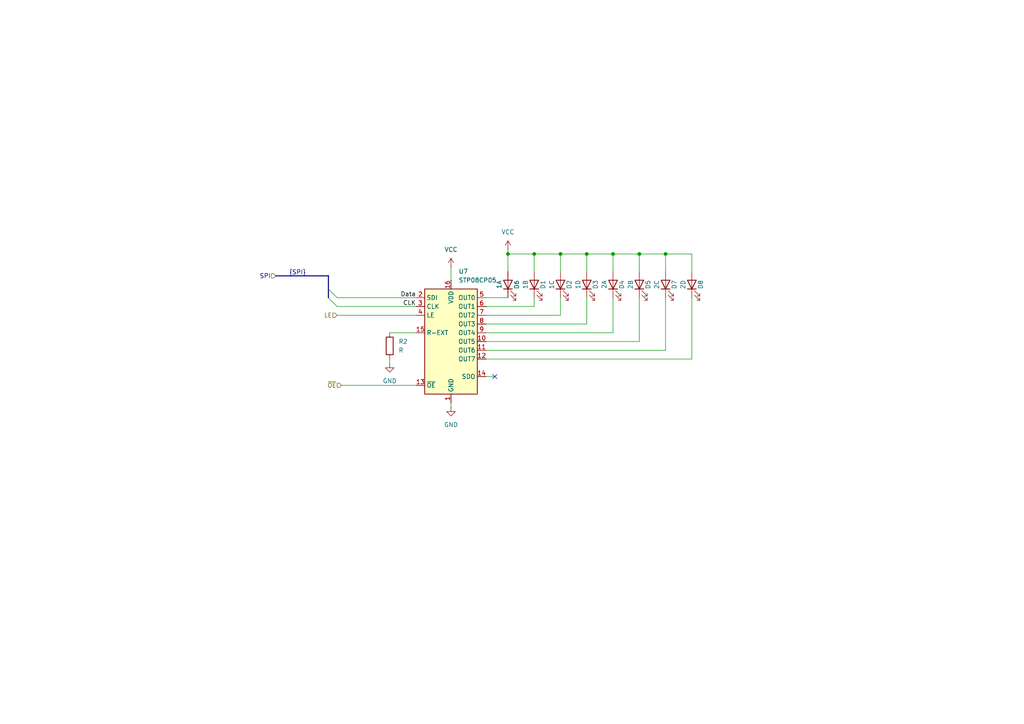
<source format=kicad_sch>
(kicad_sch (version 20231120) (generator "eeschema") (generator_version "8.0")
  (paper "A4")
  (lib_symbols
    (symbol "Device:LED" (pin_numbers hide) (pin_names (offset 1.016) hide)
      (property "Reference" "D" (at 0 2.54 0))
      (property "Value" "LED" (at 0 -2.54 0))
      (symbol "LED_0_1"
        (polyline (pts (xy -1.27 -1.27) (xy -1.27 1.27)) (stroke (width 0.254)))
        (polyline (pts (xy -1.27 0) (xy 1.27 0)))
        (polyline (pts (xy 1.27 -1.27) (xy 1.27 1.27) (xy -1.27 0) (xy 1.27 -1.27)) (stroke (width 0.254)))
        (polyline (pts (xy -3.048 -0.762) (xy -4.572 -2.286) (xy -3.81 -2.286) (xy -4.572 -2.286) (xy -4.572 -1.524)))
        (polyline (pts (xy -1.778 -0.762) (xy -3.302 -2.286) (xy -2.54 -2.286) (xy -3.302 -2.286) (xy -3.302 -1.524)))
      )
      (symbol "LED_1_1"
        (pin passive line (at -3.81 0 0) (length 2.54) (name "K") (number "1"))
        (pin passive line (at 3.81 0 180) (length 2.54) (name "A") (number "2"))
      )
    )
    (symbol "Device:R" (pin_numbers hide) (pin_names (offset 0))
      (property "Reference" "R" (at 2.032 0 90))
      (property "Value" "R" (at 0 0 90))
      (symbol "R_0_1"
        (rectangle (start -1.016 -2.54) (end 1.016 2.54) (stroke (width 0.254)))
      )
      (symbol "R_1_1"
        (pin passive line (at 0 3.81 270) (length 1.27) (name "~") (number "1"))
        (pin passive line (at 0 -3.81 90) (length 1.27) (name "~") (number "2"))
      )
    )
    (symbol "Driver_LED:STP08CP05"
      (property "Reference" "U" (at -7.62 16.51 0))
      (property "Value" "STP08CP05" (at 1.27 16.51 0))
      (symbol "STP08CP05_0_1"
        (rectangle (start -7.62 15.24) (end 7.62 -15.24) (stroke (width 0.254)) (fill (type background)))
      )
      (symbol "STP08CP05_1_1"
        (pin power_in line (at 0 -17.78 90) (length 2.54) (name "GND") (number "1"))
        (pin output line (at 10.16 0 180) (length 2.54) (name "OUT5") (number "10"))
        (pin output line (at 10.16 -2.54 180) (length 2.54) (name "OUT6") (number "11"))
        (pin output line (at 10.16 -5.08 180) (length 2.54) (name "OUT7") (number "12"))
        (pin input line (at -10.16 -12.7 0) (length 2.54) (name "~{OE}") (number "13"))
        (pin output line (at 10.16 -10.16 180) (length 2.54) (name "SDO") (number "14"))
        (pin passive line (at -10.16 2.54 0) (length 2.54) (name "R-EXT") (number "15"))
        (pin power_in line (at 0 17.78 270) (length 2.54) (name "VDD") (number "16"))
        (pin input line (at -10.16 12.7 0) (length 2.54) (name "SDI") (number "2"))
        (pin input line (at -10.16 10.16 0) (length 2.54) (name "CLK") (number "3"))
        (pin input line (at -10.16 7.62 0) (length 2.54) (name "LE") (number "4"))
        (pin output line (at 10.16 12.7 180) (length 2.54) (name "OUT0") (number "5"))
        (pin output line (at 10.16 10.16 180) (length 2.54) (name "OUT1") (number "6"))
        (pin output line (at 10.16 7.62 180) (length 2.54) (name "OUT2") (number "7"))
        (pin output line (at 10.16 5.08 180) (length 2.54) (name "OUT3") (number "8"))
        (pin output line (at 10.16 2.54 180) (length 2.54) (name "OUT4") (number "9"))
      )
    )
    (symbol "power:GND" (power) (pin_numbers hide) (pin_names (offset 0) hide)
      (property "Value" "GND" (at 0 -3.81 0))
      (symbol "GND_0_1"
        (polyline (pts (xy 0 0) (xy 0 -1.27) (xy 1.27 -1.27) (xy 0 -2.54) (xy -1.27 -1.27) (xy 0 -1.27)))
      )
      (symbol "GND_1_1"
        (pin power_in line (at 0 0 270) (length 0) (name "~") (number "1"))
      )
    )
    (symbol "power:VCC" (power) (pin_numbers hide) (pin_names (offset 0) hide)
      (property "Value" "VCC" (at 0 3.556 0))
      (symbol "VCC_0_1"
        (polyline (pts (xy -0.762 1.27) (xy 0 2.54)))
        (polyline (pts (xy 0 0) (xy 0 2.54)))
        (polyline (pts (xy 0 2.54) (xy 0.762 1.27)))
      )
      (symbol "VCC_1_1"
        (pin power_in line (at 0 0 90) (length 0) (name "~") (number "1"))
      )
    )
  )
  (junction (at 154.94 73.66))
  (junction (at 193.04 73.66))
  (junction (at 185.42 73.66))
  (junction (at 162.56 73.66))
  (junction (at 177.8 73.66))
  (junction (at 170.18 73.66))
  (junction (at 147.32 73.66))
  (no_connect (at 143.51 109.22))
  (bus_entry (at 95.25 83.82) (size 2.54 2.54))
  (bus_entry (at 95.25 86.36) (size 2.54 2.54))
  (wire (pts (xy 140.97 99.06) (xy 185.42 99.06)))
  (wire (pts (xy 170.18 73.66) (xy 170.18 78.74)))
  (wire (pts (xy 177.8 96.52) (xy 177.8 86.36)))
  (wire (pts (xy 130.81 116.84) (xy 130.81 118.11)))
  (wire (pts (xy 147.32 73.66) (xy 154.94 73.66)))
  (wire (pts (xy 113.03 104.14) (xy 113.03 105.41)))
  (wire (pts (xy 170.18 73.66) (xy 177.8 73.66)))
  (wire (pts (xy 97.79 88.9) (xy 120.65 88.9)))
  (wire (pts (xy 143.51 109.22) (xy 140.97 109.22)))
  (bus (pts (xy 95.25 83.82) (xy 95.25 86.36)))
  (wire (pts (xy 97.79 86.36) (xy 120.65 86.36)))
  (wire (pts (xy 154.94 88.9) (xy 140.97 88.9)))
  (wire (pts (xy 154.94 73.66) (xy 154.94 78.74)))
  (wire (pts (xy 154.94 86.36) (xy 154.94 88.9)))
  (wire (pts (xy 193.04 73.66) (xy 193.04 78.74)))
  (wire (pts (xy 140.97 86.36) (xy 147.32 86.36)))
  (wire (pts (xy 200.66 86.36) (xy 200.66 104.14)))
  (wire (pts (xy 177.8 73.66) (xy 177.8 78.74)))
  (wire (pts (xy 99.06 111.76) (xy 120.65 111.76)))
  (wire (pts (xy 193.04 101.6) (xy 193.04 86.36)))
  (wire (pts (xy 147.32 78.74) (xy 147.32 73.66)))
  (wire (pts (xy 97.79 91.44) (xy 120.65 91.44)))
  (wire (pts (xy 200.66 104.14) (xy 140.97 104.14)))
  (wire (pts (xy 154.94 73.66) (xy 162.56 73.66)))
  (wire (pts (xy 185.42 73.66) (xy 185.42 78.74)))
  (bus (pts (xy 80.01 80.01) (xy 95.25 80.01)))
  (wire (pts (xy 162.56 91.44) (xy 162.56 86.36)))
  (wire (pts (xy 162.56 73.66) (xy 162.56 78.74)))
  (wire (pts (xy 113.03 96.52) (xy 120.65 96.52)))
  (wire (pts (xy 130.81 77.47) (xy 130.81 81.28)))
  (bus (pts (xy 95.25 80.01) (xy 95.25 83.82)))
  (wire (pts (xy 170.18 93.98) (xy 170.18 86.36)))
  (wire (pts (xy 140.97 101.6) (xy 193.04 101.6)))
  (wire (pts (xy 140.97 96.52) (xy 177.8 96.52)))
  (wire (pts (xy 162.56 73.66) (xy 170.18 73.66)))
  (wire (pts (xy 200.66 73.66) (xy 200.66 78.74)))
  (wire (pts (xy 193.04 73.66) (xy 200.66 73.66)))
  (wire (pts (xy 147.32 72.39) (xy 147.32 73.66)))
  (wire (pts (xy 177.8 73.66) (xy 185.42 73.66)))
  (wire (pts (xy 185.42 73.66) (xy 193.04 73.66)))
  (wire (pts (xy 140.97 93.98) (xy 170.18 93.98)))
  (wire (pts (xy 140.97 91.44) (xy 162.56 91.44)))
  (wire (pts (xy 185.42 99.06) (xy 185.42 86.36)))
  (label "{SPI}" (at 83.82 80.01 0))
  (label "CLK" (at 120.65 88.9 180))
  (label "Data" (at 120.65 86.36 180))
  (hierarchical_label "LE" (shape input) (at 97.79 91.44 180))
  (hierarchical_label "~{OE}" (shape input) (at 99.06 111.76 180))
  (hierarchical_label "SPI" (shape input) (at 80.01 80.01 180))
  (symbol (lib_id "Device:LED") (at 147.32 82.55 90) (unit 1)
    (property "Reference" "D6" (at 149.86 82.55 0))
    (property "Value" "1A" (at 144.78 82.55 0))
    (property "Footprint" "LED_SMD:LED_0805_2012Metric_Pad1.15x1.40mm_HandSolder" (effects (hide yes)))
    (property "Description" "Light emitting diode" (effects (hide yes)))
  )
  (symbol (lib_id "power:VCC") (at 147.32 72.39 0) (unit 1)
    (property "Reference" "#PWR016" (effects (hide yes)))
    (property "Value" "VCC" (at 147.32 67.31 0))
    (property "Description" "Power symbol creates a global label with name \"VCC\"" (effects (hide yes)))
  )
  (symbol (lib_id "Device:LED") (at 162.56 82.55 90) (unit 1)
    (property "Reference" "D2" (at 165.1 82.55 0))
    (property "Value" "1C" (at 160.02 82.55 0))
    (property "Footprint" "LED_SMD:LED_0805_2012Metric_Pad1.15x1.40mm_HandSolder" (effects (hide yes)))
    (property "Description" "Light emitting diode" (effects (hide yes)))
  )
  (symbol (lib_id "Device:LED") (at 200.66 82.55 90) (unit 1)
    (property "Reference" "D8" (at 203.2 82.55 0))
    (property "Value" "2D" (at 198.12 82.55 0))
    (property "Footprint" "LED_SMD:LED_0805_2012Metric_Pad1.15x1.40mm_HandSolder" (effects (hide yes)))
    (property "Description" "Light emitting diode" (effects (hide yes)))
  )
  (symbol (lib_id "power:GND") (at 130.81 118.11 0) (unit 1)
    (property "Reference" "#PWR017" (effects (hide yes)))
    (property "Value" "GND" (at 130.81 123.19 0))
    (property "Description" "Power symbol creates a global label with name \"GND\" , ground" (effects (hide yes)))
  )
  (symbol (lib_id "Device:LED") (at 185.42 82.55 90) (unit 1)
    (property "Reference" "D5" (at 187.96 82.55 0))
    (property "Value" "2B" (at 182.88 82.55 0))
    (property "Footprint" "LED_SMD:LED_0805_2012Metric_Pad1.15x1.40mm_HandSolder" (effects (hide yes)))
    (property "Description" "Light emitting diode" (effects (hide yes)))
  )
  (symbol (lib_id "Device:LED") (at 170.18 82.55 90) (unit 1)
    (property "Reference" "D3" (at 172.72 82.55 0))
    (property "Value" "1D" (at 167.64 82.55 0))
    (property "Footprint" "LED_SMD:LED_0805_2012Metric_Pad1.15x1.40mm_HandSolder" (effects (hide yes)))
    (property "Description" "Light emitting diode" (effects (hide yes)))
  )
  (symbol (lib_id "Device:LED") (at 177.8 82.55 90) (unit 1)
    (property "Reference" "D4" (at 180.34 82.55 0))
    (property "Value" "2A" (at 175.26 82.55 0))
    (property "Footprint" "LED_SMD:LED_0805_2012Metric_Pad1.15x1.40mm_HandSolder" (effects (hide yes)))
    (property "Description" "Light emitting diode" (effects (hide yes)))
  )
  (symbol (lib_id "power:GND") (at 113.03 105.41 0) (unit 1)
    (property "Reference" "#PWR047" (effects (hide yes)))
    (property "Value" "GND" (at 113.03 110.49 0))
    (property "Description" "Power symbol creates a global label with name \"GND\" , ground" (effects (hide yes)))
  )
  (symbol (lib_id "Device:R") (at 113.03 100.33 180) (unit 1)
    (property "Reference" "R2" (at 115.57 99.0599 0) (effects (justify right)))
    (property "Value" "R" (at 115.57 101.5999 0) (effects (justify right)))
    (property "Footprint" "Resistor_SMD:R_0805_2012Metric_Pad1.20x1.40mm_HandSolder" (effects (hide yes)))
    (property "Description" "Resistor" (effects (hide yes)))
  )
  (symbol (lib_id "Device:LED") (at 193.04 82.55 90) (unit 1)
    (property "Reference" "D7" (at 195.58 82.55 0))
    (property "Value" "2C" (at 190.5 82.55 0))
    (property "Footprint" "LED_SMD:LED_0805_2012Metric_Pad1.15x1.40mm_HandSolder" (effects (hide yes)))
    (property "Description" "Light emitting diode" (effects (hide yes)))
  )
  (symbol (lib_id "power:VCC") (at 130.81 77.47 0) (unit 1)
    (property "Reference" "#PWR032" (effects (hide yes)))
    (property "Value" "VCC" (at 130.81 72.39 0))
    (property "Description" "Power symbol creates a global label with name \"VCC\"" (effects (hide yes)))
  )
  (symbol (lib_id "Driver_LED:STP08CP05") (at 130.81 99.06 0) (unit 1)
    (property "Reference" "U7" (at 133.0041 78.74 0) (effects (justify left)))
    (property "Value" "STP08CP05" (at 133.0041 81.28 0) (effects (justify left)))
    (property "Datasheet" "https://www.st.com/resource/en/datasheet/stp08cp05.pdf" (effects (hide yes)))
    (property "Description" "8-bit constant current LED sink driver" (effects (hide yes)))
  )
  (symbol (lib_id "Device:LED") (at 154.94 82.55 90) (unit 1)
    (property "Reference" "D1" (at 157.48 82.55 0))
    (property "Value" "1B" (at 152.4 82.55 0))
    (property "Footprint" "LED_SMD:LED_0805_2012Metric_Pad1.15x1.40mm_HandSolder" (effects (hide yes)))
    (property "Description" "Light emitting diode" (effects (hide yes)))
  )
)
</source>
